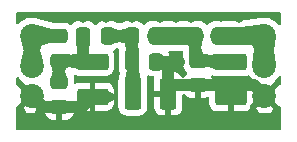
<source format=gbr>
%TF.GenerationSoftware,KiCad,Pcbnew,8.0.0~rc1-b65fa46c3c~176~ubuntu22.04.1*%
%TF.CreationDate,2024-01-23T20:31:51+05:30*%
%TF.ProjectId,Band_MODULE_V1_00,42616e64-5f4d-44f4-9455-4c455f56315f,rev?*%
%TF.SameCoordinates,Original*%
%TF.FileFunction,Copper,L1,Top*%
%TF.FilePolarity,Positive*%
%FSLAX46Y46*%
G04 Gerber Fmt 4.6, Leading zero omitted, Abs format (unit mm)*
G04 Created by KiCad (PCBNEW 8.0.0~rc1-b65fa46c3c~176~ubuntu22.04.1) date 2024-01-23 20:31:51*
%MOMM*%
%LPD*%
G01*
G04 APERTURE LIST*
G04 Aperture macros list*
%AMRoundRect*
0 Rectangle with rounded corners*
0 $1 Rounding radius*
0 $2 $3 $4 $5 $6 $7 $8 $9 X,Y pos of 4 corners*
0 Add a 4 corners polygon primitive as box body*
4,1,4,$2,$3,$4,$5,$6,$7,$8,$9,$2,$3,0*
0 Add four circle primitives for the rounded corners*
1,1,$1+$1,$2,$3*
1,1,$1+$1,$4,$5*
1,1,$1+$1,$6,$7*
1,1,$1+$1,$8,$9*
0 Add four rect primitives between the rounded corners*
20,1,$1+$1,$2,$3,$4,$5,0*
20,1,$1+$1,$4,$5,$6,$7,0*
20,1,$1+$1,$6,$7,$8,$9,0*
20,1,$1+$1,$8,$9,$2,$3,0*%
G04 Aperture macros list end*
%TA.AperFunction,ComponentPad*%
%ADD10C,2.020000*%
%TD*%
%TA.AperFunction,SMDPad,CuDef*%
%ADD11RoundRect,0.250000X-0.337500X-0.475000X0.337500X-0.475000X0.337500X0.475000X-0.337500X0.475000X0*%
%TD*%
%TA.AperFunction,SMDPad,CuDef*%
%ADD12RoundRect,0.250000X0.337500X0.475000X-0.337500X0.475000X-0.337500X-0.475000X0.337500X-0.475000X0*%
%TD*%
%TA.AperFunction,SMDPad,CuDef*%
%ADD13RoundRect,0.250000X-0.475000X0.337500X-0.475000X-0.337500X0.475000X-0.337500X0.475000X0.337500X0*%
%TD*%
%TA.AperFunction,SMDPad,CuDef*%
%ADD14RoundRect,0.250000X0.475000X-0.337500X0.475000X0.337500X-0.475000X0.337500X-0.475000X-0.337500X0*%
%TD*%
%TA.AperFunction,SMDPad,CuDef*%
%ADD15RoundRect,0.250001X-0.462499X-1.074999X0.462499X-1.074999X0.462499X1.074999X-0.462499X1.074999X0*%
%TD*%
%TA.AperFunction,SMDPad,CuDef*%
%ADD16RoundRect,0.250001X-1.074999X0.462499X-1.074999X-0.462499X1.074999X-0.462499X1.074999X0.462499X0*%
%TD*%
%TA.AperFunction,ViaPad*%
%ADD17C,0.800000*%
%TD*%
%TA.AperFunction,Conductor*%
%ADD18C,1.000000*%
%TD*%
%TA.AperFunction,Conductor*%
%ADD19C,0.500000*%
%TD*%
%TA.AperFunction,Conductor*%
%ADD20C,1.500000*%
%TD*%
G04 APERTURE END LIST*
D10*
%TO.P,J1,1*%
%TO.N,Net-(C1-Pad1)*%
X101380000Y-101500000D03*
%TO.P,J1,2*%
X101380000Y-104040000D03*
%TO.P,J1,3*%
%TO.N,GND*%
X101380000Y-106580000D03*
%TD*%
D11*
%TO.P,C7,1*%
%TO.N,Net-(C5-Pad2)*%
X115172500Y-101500000D03*
%TO.P,C7,2*%
%TO.N,Net-(C7-Pad2)*%
X117247500Y-101500000D03*
%TD*%
D10*
%TO.P,J2,1*%
%TO.N,Net-(C7-Pad2)*%
X121050000Y-101500000D03*
%TO.P,J2,2*%
X121050000Y-104040000D03*
%TO.P,J2,3*%
%TO.N,GND*%
X121050000Y-106580000D03*
%TD*%
D12*
%TO.P,C4,1*%
%TO.N,GND*%
X111887500Y-103710000D03*
%TO.P,C4,2*%
%TO.N,Net-(C3-Pad2)*%
X109812500Y-103710000D03*
%TD*%
D11*
%TO.P,C3,1*%
%TO.N,Net-(C1-Pad2)*%
X105710000Y-101510000D03*
%TO.P,C3,2*%
%TO.N,Net-(C3-Pad2)*%
X107785000Y-101510000D03*
%TD*%
%TO.P,C5,1*%
%TO.N,Net-(C3-Pad2)*%
X109812500Y-101510000D03*
%TO.P,C5,2*%
%TO.N,Net-(C5-Pad2)*%
X111887500Y-101510000D03*
%TD*%
D13*
%TO.P,C1,1*%
%TO.N,Net-(C1-Pad1)*%
X103700000Y-101542500D03*
%TO.P,C1,2*%
%TO.N,Net-(C1-Pad2)*%
X103700000Y-103617500D03*
%TD*%
D14*
%TO.P,C6,1*%
%TO.N,GND*%
X115419000Y-105687500D03*
%TO.P,C6,2*%
%TO.N,Net-(C5-Pad2)*%
X115419000Y-103612500D03*
%TD*%
D15*
%TO.P,L2,1*%
%TO.N,Net-(C3-Pad2)*%
X109930000Y-106440000D03*
%TO.P,L2,2*%
%TO.N,GND*%
X112905000Y-106440000D03*
%TD*%
D16*
%TO.P,L3,1*%
%TO.N,Net-(C5-Pad2)*%
X118200000Y-103740000D03*
%TO.P,L3,2*%
%TO.N,GND*%
X118200000Y-106715000D03*
%TD*%
%TO.P,L1,1*%
%TO.N,Net-(C1-Pad2)*%
X106510000Y-103712500D03*
%TO.P,L1,2*%
%TO.N,GND*%
X106510000Y-106687500D03*
%TD*%
D14*
%TO.P,C2,1*%
%TO.N,GND*%
X103690000Y-107537500D03*
%TO.P,C2,2*%
%TO.N,Net-(C1-Pad2)*%
X103690000Y-105462500D03*
%TD*%
D17*
%TO.N,GND*%
X112680000Y-108970000D03*
X101540000Y-109000000D03*
X117410000Y-99960000D03*
X103475000Y-99975000D03*
X108800000Y-99975000D03*
X102090000Y-108010000D03*
X116190000Y-100010000D03*
X113630000Y-108990000D03*
X117640000Y-109000000D03*
X107990000Y-106690000D03*
X112990000Y-103710000D03*
X105670000Y-99980000D03*
X115630000Y-108990000D03*
X119800000Y-109000000D03*
X110760000Y-99970000D03*
X118900000Y-100025000D03*
X104620000Y-108980000D03*
X102660000Y-108985000D03*
X118760000Y-108985000D03*
X113600000Y-100000000D03*
X120190000Y-108040000D03*
X105570000Y-109000000D03*
X100480000Y-107990000D03*
X103700000Y-109000000D03*
X105730000Y-107960000D03*
X111760000Y-108990000D03*
X108540000Y-108980000D03*
X114540000Y-108990000D03*
X112210000Y-99990000D03*
X114560000Y-107970000D03*
X120720000Y-108980000D03*
X107680000Y-99990000D03*
X116580000Y-108990000D03*
X122010000Y-108030000D03*
X106500000Y-108980000D03*
X100480000Y-108990000D03*
X121670000Y-109000000D03*
X115440000Y-107450000D03*
X109840000Y-99990000D03*
X106620000Y-99980000D03*
X104580000Y-99980000D03*
X110720000Y-108975000D03*
X113810000Y-103710000D03*
X116230000Y-107950000D03*
X114820000Y-99990000D03*
X107590000Y-108980000D03*
X109600000Y-108990000D03*
%TD*%
D18*
%TO.N,Net-(C1-Pad1)*%
X101380000Y-101500000D02*
X103657500Y-101500000D01*
X101380000Y-101500000D02*
X101380000Y-104040000D01*
%TO.N,GND*%
X105660000Y-107537500D02*
X106510000Y-106687500D01*
X120157500Y-105687500D02*
X121050000Y-106580000D01*
X112990000Y-103710000D02*
X113810000Y-103710000D01*
X112905000Y-106440000D02*
X112905000Y-104035000D01*
X115419000Y-105687500D02*
X118130000Y-105687500D01*
X112580000Y-103710000D02*
X112990000Y-103710000D01*
X103690000Y-107537500D02*
X105660000Y-107537500D01*
X103690000Y-107537500D02*
X102337500Y-107537500D01*
D19*
X120187500Y-105687500D02*
X121050000Y-106550000D01*
D18*
X112580000Y-103710000D02*
X112905000Y-104035000D01*
X102337500Y-107537500D02*
X101380000Y-106580000D01*
X118130000Y-105687500D02*
X118200000Y-105757500D01*
X111887500Y-103710000D02*
X112580000Y-103710000D01*
X115419000Y-105687500D02*
X113657500Y-105687500D01*
X118130000Y-105687500D02*
X120157500Y-105687500D01*
X118200000Y-105757500D02*
X118200000Y-106715000D01*
%TO.N,Net-(C1-Pad2)*%
X103700000Y-103617500D02*
X103700000Y-105452500D01*
X103700000Y-103617500D02*
X107017500Y-103617500D01*
X105710000Y-101510000D02*
X105710000Y-103590000D01*
%TO.N,Net-(C3-Pad2)*%
X109830000Y-103610000D02*
X109830000Y-102580000D01*
X109830000Y-102580000D02*
X109930000Y-102680000D01*
X109930000Y-102680000D02*
X109930000Y-106440000D01*
X107785000Y-101510000D02*
X109812500Y-101510000D01*
X109830000Y-102580000D02*
X109830000Y-101527500D01*
%TO.N,Net-(C5-Pad2)*%
X115172500Y-101500000D02*
X115172500Y-103555000D01*
D20*
X111887500Y-101510000D02*
X115162500Y-101510000D01*
D18*
X115420000Y-103612500D02*
X118072500Y-103612500D01*
D20*
X115162500Y-101510000D02*
X115172500Y-101500000D01*
%TO.N,Net-(C7-Pad2)*%
X117247500Y-101500000D02*
X121050000Y-101500000D01*
X121050000Y-101500000D02*
X121050000Y-104040000D01*
%TD*%
%TA.AperFunction,Conductor*%
%TO.N,Net-(C1-Pad1)*%
G36*
X103381316Y-100997683D02*
G01*
X103388426Y-101003127D01*
X103390000Y-101008988D01*
X103390000Y-101991011D01*
X103386573Y-101999284D01*
X103381316Y-102002316D01*
X101776403Y-102430478D01*
X101767526Y-102429299D01*
X101762582Y-102423660D01*
X101587604Y-102002316D01*
X101380862Y-101504486D01*
X101380855Y-101495532D01*
X101380863Y-101495513D01*
X101762583Y-100576337D01*
X101768919Y-100570013D01*
X101776402Y-100569521D01*
X103381316Y-100997683D01*
G37*
%TD.AperFunction*%
%TD*%
%TA.AperFunction,Conductor*%
%TO.N,Net-(C5-Pad2)*%
G36*
X117128413Y-103029759D02*
G01*
X118184224Y-103728891D01*
X118189230Y-103736316D01*
X118187519Y-103745106D01*
X118183047Y-103749085D01*
X116949981Y-104373161D01*
X116941052Y-104373840D01*
X116940975Y-104373814D01*
X116170477Y-104115177D01*
X116163724Y-104109295D01*
X116162500Y-104104085D01*
X116162500Y-103123212D01*
X116165927Y-103114939D01*
X116173169Y-103111557D01*
X117120928Y-103027860D01*
X117128413Y-103029759D01*
G37*
%TD.AperFunction*%
%TD*%
%TA.AperFunction,Conductor*%
%TO.N,Net-(C5-Pad2)*%
G36*
X115672704Y-102440927D02*
G01*
X115675367Y-102445042D01*
X115893601Y-103019099D01*
X115893338Y-103028050D01*
X115891752Y-103030627D01*
X115425628Y-103605327D01*
X115417755Y-103609594D01*
X115410172Y-103607771D01*
X114729103Y-103165757D01*
X114724028Y-103158379D01*
X114723803Y-103156782D01*
X114673394Y-102450032D01*
X114676223Y-102441536D01*
X114684232Y-102437530D01*
X114685064Y-102437500D01*
X115664431Y-102437500D01*
X115672704Y-102440927D01*
G37*
%TD.AperFunction*%
%TD*%
%TA.AperFunction,Conductor*%
%TO.N,Net-(C1-Pad1)*%
G36*
X102303660Y-101882582D02*
G01*
X102309986Y-101888919D01*
X102310478Y-101896403D01*
X101882317Y-103501316D01*
X101876873Y-103508426D01*
X101871012Y-103510000D01*
X100888988Y-103510000D01*
X100880715Y-103506573D01*
X100877683Y-103501316D01*
X100449521Y-101896403D01*
X100450700Y-101887526D01*
X100456337Y-101882583D01*
X101375513Y-101500862D01*
X101384466Y-101500855D01*
X102303660Y-101882582D01*
G37*
%TD.AperFunction*%
%TD*%
%TA.AperFunction,Conductor*%
%TO.N,Net-(C5-Pad2)*%
G36*
X115179865Y-101504967D02*
G01*
X115755068Y-101971004D01*
X115759339Y-101978875D01*
X115759340Y-101981311D01*
X115673595Y-102802016D01*
X115669327Y-102809888D01*
X115661958Y-102812500D01*
X114683042Y-102812500D01*
X114674769Y-102809073D01*
X114671405Y-102802016D01*
X114585659Y-101981311D01*
X114588208Y-101972726D01*
X114589926Y-101971008D01*
X115165135Y-101504966D01*
X115173720Y-101502422D01*
X115179865Y-101504967D01*
G37*
%TD.AperFunction*%
%TD*%
%TA.AperFunction,Conductor*%
%TO.N,Net-(C7-Pad2)*%
G36*
X122037396Y-101549626D02*
G01*
X122045482Y-101553472D01*
X122048481Y-101561910D01*
X122048402Y-101562792D01*
X121801304Y-103499781D01*
X121796858Y-103507554D01*
X121789698Y-103510000D01*
X120310302Y-103510000D01*
X120302029Y-103506573D01*
X120298696Y-103499781D01*
X120051597Y-101562792D01*
X120053949Y-101554151D01*
X120061722Y-101549705D01*
X120062584Y-101549627D01*
X121049415Y-101499030D01*
X121050585Y-101499030D01*
X122037396Y-101549626D01*
G37*
%TD.AperFunction*%
%TD*%
%TA.AperFunction,Conductor*%
%TO.N,GND*%
G36*
X108702792Y-102584928D02*
G01*
X108755504Y-102630788D01*
X108775055Y-102697867D01*
X108774138Y-102712669D01*
X108731843Y-103058571D01*
X108728397Y-103073927D01*
X108728530Y-103073956D01*
X108727112Y-103080576D01*
X108716500Y-103184447D01*
X108716500Y-104235537D01*
X108716501Y-104235553D01*
X108727113Y-104339428D01*
X108782882Y-104507733D01*
X108782884Y-104507737D01*
X108782885Y-104507738D01*
X108820662Y-104568985D01*
X108828007Y-104580892D01*
X108846447Y-104648285D01*
X108843490Y-104673000D01*
X108744380Y-105117061D01*
X108736370Y-105152950D01*
X108736370Y-105152951D01*
X108735298Y-105159049D01*
X108730880Y-105176568D01*
X108719614Y-105210571D01*
X108719612Y-105210578D01*
X108709000Y-105314448D01*
X108709000Y-107565551D01*
X108719613Y-107669428D01*
X108775383Y-107837735D01*
X108775384Y-107837738D01*
X108868467Y-107988647D01*
X108868470Y-107988651D01*
X108993848Y-108114029D01*
X108993852Y-108114032D01*
X109144761Y-108207115D01*
X109144764Y-108207116D01*
X109313071Y-108262886D01*
X109313072Y-108262886D01*
X109313075Y-108262887D01*
X109416956Y-108273500D01*
X109416961Y-108273500D01*
X110443039Y-108273500D01*
X110443044Y-108273500D01*
X110546925Y-108262887D01*
X110715238Y-108207115D01*
X110866151Y-108114030D01*
X110991530Y-107988651D01*
X111084615Y-107837738D01*
X111140387Y-107669425D01*
X111151000Y-107565544D01*
X111151000Y-106690000D01*
X111692500Y-106690000D01*
X111692500Y-107564985D01*
X111702993Y-107667689D01*
X111702994Y-107667696D01*
X111758141Y-107834118D01*
X111758143Y-107834123D01*
X111850184Y-107983344D01*
X111974155Y-108107315D01*
X112123376Y-108199356D01*
X112123381Y-108199358D01*
X112289803Y-108254505D01*
X112289810Y-108254506D01*
X112392514Y-108264999D01*
X112392527Y-108265000D01*
X112655000Y-108265000D01*
X112655000Y-106690000D01*
X111692500Y-106690000D01*
X111151000Y-106690000D01*
X111151000Y-105314456D01*
X111140387Y-105210575D01*
X111128901Y-105175913D01*
X111123965Y-105155211D01*
X111123630Y-105152975D01*
X111123629Y-105152951D01*
X111094372Y-105021867D01*
X111098980Y-104952151D01*
X111140549Y-104895992D01*
X111205881Y-104871222D01*
X111254398Y-104877151D01*
X111397302Y-104924505D01*
X111397309Y-104924506D01*
X111500019Y-104934999D01*
X111623163Y-104934999D01*
X111690203Y-104954683D01*
X111735958Y-105007487D01*
X111745902Y-105076645D01*
X111740870Y-105098003D01*
X111702994Y-105212303D01*
X111702993Y-105212310D01*
X111692500Y-105315014D01*
X111692500Y-106190000D01*
X113031000Y-106190000D01*
X113098039Y-106209685D01*
X113143794Y-106262489D01*
X113155000Y-106314000D01*
X113155000Y-108265000D01*
X113417473Y-108265000D01*
X113417485Y-108264999D01*
X113520189Y-108254506D01*
X113520196Y-108254505D01*
X113686618Y-108199358D01*
X113686623Y-108199356D01*
X113835844Y-108107315D01*
X113959815Y-107983344D01*
X114051856Y-107834123D01*
X114051858Y-107834118D01*
X114107005Y-107667696D01*
X114107006Y-107667689D01*
X114117499Y-107564985D01*
X114117500Y-107564972D01*
X114117500Y-106550911D01*
X114137185Y-106483872D01*
X114189989Y-106438117D01*
X114259147Y-106428173D01*
X114322703Y-106457198D01*
X114347039Y-106485814D01*
X114351684Y-106493345D01*
X114475654Y-106617315D01*
X114624875Y-106709356D01*
X114624880Y-106709358D01*
X114791302Y-106764505D01*
X114791309Y-106764506D01*
X114894019Y-106774999D01*
X115168999Y-106774999D01*
X115169000Y-106774998D01*
X115169000Y-105561500D01*
X115188685Y-105494461D01*
X115241489Y-105448706D01*
X115293000Y-105437500D01*
X115545000Y-105437500D01*
X115612039Y-105457185D01*
X115657794Y-105509989D01*
X115669000Y-105561500D01*
X115669000Y-106774999D01*
X115943972Y-106774999D01*
X115943986Y-106774998D01*
X116046695Y-106764506D01*
X116211995Y-106709730D01*
X116281824Y-106707328D01*
X116341866Y-106743059D01*
X116373059Y-106805580D01*
X116375000Y-106827436D01*
X116375000Y-107227485D01*
X116385493Y-107330189D01*
X116385494Y-107330196D01*
X116440641Y-107496618D01*
X116440643Y-107496623D01*
X116532684Y-107645844D01*
X116656655Y-107769815D01*
X116805876Y-107861856D01*
X116805881Y-107861858D01*
X116972303Y-107917005D01*
X116972310Y-107917006D01*
X117075014Y-107927499D01*
X117075027Y-107927500D01*
X117950000Y-107927500D01*
X117950000Y-105502500D01*
X117075014Y-105502500D01*
X116972310Y-105512993D01*
X116972303Y-105512994D01*
X116807003Y-105567770D01*
X116737174Y-105570172D01*
X116677133Y-105534440D01*
X116645940Y-105471920D01*
X116643999Y-105450064D01*
X116643999Y-105300028D01*
X116643998Y-105300013D01*
X116633505Y-105197302D01*
X116578358Y-105030880D01*
X116575304Y-105024330D01*
X116577168Y-105023460D01*
X116561426Y-104965936D01*
X116582346Y-104899272D01*
X116635986Y-104854500D01*
X116705316Y-104845836D01*
X116750501Y-104862688D01*
X116802262Y-104894615D01*
X116802264Y-104894615D01*
X116802265Y-104894616D01*
X116970571Y-104950386D01*
X116970572Y-104950386D01*
X116970575Y-104950387D01*
X117074456Y-104961000D01*
X117074461Y-104961000D01*
X119325539Y-104961000D01*
X119325544Y-104961000D01*
X119429425Y-104950387D01*
X119597738Y-104894615D01*
X119633425Y-104872602D01*
X119700815Y-104854161D01*
X119767479Y-104875082D01*
X119804248Y-104913347D01*
X119817517Y-104934999D01*
X119817709Y-104935312D01*
X119972938Y-105117062D01*
X120127330Y-105248925D01*
X120165523Y-105307432D01*
X120168842Y-105345289D01*
X120912425Y-106088871D01*
X120853147Y-106104755D01*
X120736853Y-106171898D01*
X120641898Y-106266853D01*
X120574755Y-106383147D01*
X120558871Y-106442425D01*
X119807212Y-105690766D01*
X119778668Y-105685932D01*
X119745300Y-105662140D01*
X119743344Y-105660184D01*
X119594123Y-105568143D01*
X119594118Y-105568141D01*
X119427696Y-105512994D01*
X119427689Y-105512993D01*
X119324985Y-105502500D01*
X118450000Y-105502500D01*
X118450000Y-107927500D01*
X119324973Y-107927500D01*
X119324985Y-107927499D01*
X119427689Y-107917006D01*
X119427696Y-107917005D01*
X119594118Y-107861858D01*
X119594123Y-107861856D01*
X119743341Y-107769817D01*
X119867316Y-107645843D01*
X119867319Y-107645840D01*
X119887250Y-107613524D01*
X119862767Y-107589041D01*
X119829282Y-107527718D01*
X119834266Y-107458026D01*
X119862767Y-107413679D01*
X120558871Y-106717574D01*
X120574755Y-106776853D01*
X120641898Y-106893147D01*
X120736853Y-106988102D01*
X120853147Y-107055245D01*
X120912424Y-107071128D01*
X120171145Y-107812406D01*
X120362355Y-107929580D01*
X120362358Y-107929582D01*
X120581944Y-108020537D01*
X120813057Y-108076021D01*
X120813056Y-108076021D01*
X121050000Y-108094668D01*
X121286943Y-108076021D01*
X121518055Y-108020537D01*
X121737641Y-107929582D01*
X121737644Y-107929580D01*
X121928853Y-107812406D01*
X121187575Y-107071127D01*
X121246853Y-107055245D01*
X121363147Y-106988102D01*
X121458102Y-106893147D01*
X121525245Y-106776853D01*
X121541128Y-106717575D01*
X122282405Y-107458852D01*
X122335924Y-107452518D01*
X122404812Y-107464185D01*
X122456457Y-107511245D01*
X122474500Y-107575658D01*
X122474500Y-109350500D01*
X122454815Y-109417539D01*
X122402011Y-109463294D01*
X122350500Y-109474500D01*
X100149500Y-109474500D01*
X100082461Y-109454815D01*
X100036706Y-109402011D01*
X100025500Y-109350500D01*
X100025500Y-107583944D01*
X100045185Y-107516905D01*
X100097989Y-107471150D01*
X100142220Y-107464225D01*
X100888871Y-106717574D01*
X100904755Y-106776853D01*
X100971898Y-106893147D01*
X101066853Y-106988102D01*
X101183147Y-107055245D01*
X101242424Y-107071128D01*
X100501145Y-107812406D01*
X100692355Y-107929580D01*
X100692358Y-107929582D01*
X100911944Y-108020537D01*
X101143057Y-108076021D01*
X101143056Y-108076021D01*
X101380000Y-108094668D01*
X101616943Y-108076021D01*
X101848055Y-108020537D01*
X102067641Y-107929582D01*
X102067644Y-107929580D01*
X102243010Y-107822115D01*
X102424757Y-107822115D01*
X102454873Y-107858413D01*
X102465001Y-107907497D01*
X102465001Y-107924986D01*
X102475494Y-108027697D01*
X102530641Y-108194119D01*
X102530643Y-108194124D01*
X102622684Y-108343345D01*
X102746654Y-108467315D01*
X102895875Y-108559356D01*
X102895880Y-108559358D01*
X103062302Y-108614505D01*
X103062309Y-108614506D01*
X103165019Y-108624999D01*
X103439999Y-108624999D01*
X103440000Y-108624998D01*
X103440000Y-107787500D01*
X102465001Y-107787500D01*
X102437155Y-107815346D01*
X102424757Y-107822115D01*
X102243010Y-107822115D01*
X102258854Y-107812406D01*
X101517575Y-107071127D01*
X101576853Y-107055245D01*
X101693147Y-106988102D01*
X101788102Y-106893147D01*
X101855245Y-106776853D01*
X101871128Y-106717574D01*
X102441053Y-107287499D01*
X102441054Y-107287500D01*
X103816000Y-107287500D01*
X103883039Y-107307185D01*
X103928794Y-107359989D01*
X103940000Y-107411500D01*
X103940000Y-108624999D01*
X104214972Y-108624999D01*
X104214986Y-108624998D01*
X104317697Y-108614505D01*
X104484119Y-108559358D01*
X104484124Y-108559356D01*
X104633345Y-108467315D01*
X104757315Y-108343345D01*
X104849356Y-108194124D01*
X104849358Y-108194119D01*
X104904505Y-108027697D01*
X104904506Y-108027690D01*
X104915321Y-107921838D01*
X104916424Y-107921950D01*
X104937998Y-107860247D01*
X104993055Y-107817230D01*
X105062629Y-107810807D01*
X105103876Y-107826954D01*
X105115875Y-107834355D01*
X105115881Y-107834358D01*
X105282303Y-107889505D01*
X105282310Y-107889506D01*
X105385014Y-107899999D01*
X105385027Y-107900000D01*
X106260000Y-107900000D01*
X106260000Y-106937500D01*
X106760000Y-106937500D01*
X106760000Y-107900000D01*
X107634973Y-107900000D01*
X107634985Y-107899999D01*
X107737689Y-107889506D01*
X107737696Y-107889505D01*
X107904118Y-107834358D01*
X107904123Y-107834356D01*
X108053344Y-107742315D01*
X108177315Y-107618344D01*
X108269356Y-107469123D01*
X108269358Y-107469118D01*
X108324505Y-107302696D01*
X108324506Y-107302689D01*
X108334999Y-107199985D01*
X108335000Y-107199972D01*
X108335000Y-106937500D01*
X106760000Y-106937500D01*
X106260000Y-106937500D01*
X106260000Y-105475000D01*
X106760000Y-105475000D01*
X106760000Y-106437500D01*
X108335000Y-106437500D01*
X108335000Y-106175027D01*
X108334999Y-106175014D01*
X108324506Y-106072310D01*
X108324505Y-106072303D01*
X108269358Y-105905881D01*
X108269356Y-105905876D01*
X108177315Y-105756655D01*
X108053344Y-105632684D01*
X107904123Y-105540643D01*
X107904118Y-105540641D01*
X107737696Y-105485494D01*
X107737689Y-105485493D01*
X107634985Y-105475000D01*
X106760000Y-105475000D01*
X106260000Y-105475000D01*
X105385014Y-105475000D01*
X105282310Y-105485493D01*
X105282303Y-105485494D01*
X105115881Y-105540641D01*
X105115871Y-105540646D01*
X105112592Y-105542669D01*
X105110030Y-105543369D01*
X105109331Y-105543696D01*
X105109275Y-105543576D01*
X105045199Y-105561107D01*
X104978536Y-105540182D01*
X104933769Y-105486538D01*
X104923499Y-105437128D01*
X104923499Y-105074462D01*
X104923498Y-105074446D01*
X104919430Y-105034626D01*
X104913753Y-104979053D01*
X104926522Y-104910361D01*
X104974403Y-104859477D01*
X105042193Y-104842556D01*
X105102208Y-104860914D01*
X105112261Y-104867115D01*
X105112264Y-104867116D01*
X105280571Y-104922886D01*
X105280572Y-104922886D01*
X105280575Y-104922887D01*
X105384456Y-104933500D01*
X105384461Y-104933500D01*
X107635539Y-104933500D01*
X107635544Y-104933500D01*
X107739425Y-104922887D01*
X107907738Y-104867115D01*
X108058651Y-104774030D01*
X108184030Y-104648651D01*
X108277115Y-104497738D01*
X108332887Y-104329425D01*
X108343500Y-104225544D01*
X108343500Y-103199456D01*
X108332887Y-103095575D01*
X108327917Y-103080576D01*
X108277116Y-102927264D01*
X108259866Y-102899298D01*
X108241424Y-102831906D01*
X108262345Y-102765242D01*
X108315986Y-102720471D01*
X108326394Y-102716494D01*
X108445238Y-102677115D01*
X108582247Y-102592607D01*
X108629942Y-102575372D01*
X108630642Y-102575272D01*
X108633654Y-102574846D01*
X108702792Y-102584928D01*
G37*
%TD.AperFunction*%
%TA.AperFunction,Conductor*%
G36*
X100230703Y-105034626D02*
G01*
X100243780Y-105047797D01*
X100302938Y-105117062D01*
X100344957Y-105152950D01*
X100457330Y-105248925D01*
X100495523Y-105307432D01*
X100498842Y-105345289D01*
X101242424Y-106088871D01*
X101183147Y-106104755D01*
X101066853Y-106171898D01*
X100971898Y-106266853D01*
X100904755Y-106383147D01*
X100888871Y-106442424D01*
X100141883Y-105695436D01*
X100095185Y-105687526D01*
X100043541Y-105640465D01*
X100025500Y-105576054D01*
X100025500Y-105128339D01*
X100045185Y-105061300D01*
X100097989Y-105015545D01*
X100167147Y-105005601D01*
X100230703Y-105034626D01*
G37*
%TD.AperFunction*%
%TA.AperFunction,Conductor*%
G36*
X122443631Y-104964510D02*
G01*
X122473109Y-105027857D01*
X122474500Y-105046380D01*
X122474500Y-105584340D01*
X122454815Y-105651379D01*
X122402011Y-105697134D01*
X122335925Y-105707480D01*
X122282406Y-105701145D01*
X121541127Y-106442423D01*
X121525245Y-106383147D01*
X121458102Y-106266853D01*
X121363147Y-106171898D01*
X121246853Y-106104755D01*
X121187574Y-106088871D01*
X121932385Y-105344060D01*
X121941727Y-105288904D01*
X121972669Y-105248926D01*
X122057389Y-105176568D01*
X122127062Y-105117062D01*
X122256210Y-104965849D01*
X122314716Y-104927655D01*
X122384584Y-104927156D01*
X122443631Y-104964510D01*
G37*
%TD.AperFunction*%
%TA.AperFunction,Conductor*%
G36*
X114107039Y-102788185D02*
G01*
X114152794Y-102840989D01*
X114164000Y-102892500D01*
X114164000Y-103654327D01*
X114183118Y-103750445D01*
X114185500Y-103774634D01*
X114185500Y-104000538D01*
X114185501Y-104000553D01*
X114196113Y-104104426D01*
X114251885Y-104272738D01*
X114344970Y-104423652D01*
X114470348Y-104549030D01*
X114471031Y-104549451D01*
X114471401Y-104549863D01*
X114476015Y-104553511D01*
X114475391Y-104554298D01*
X114517759Y-104601397D01*
X114528984Y-104670359D01*
X114501144Y-104734442D01*
X114480582Y-104752264D01*
X114481323Y-104753202D01*
X114475655Y-104757683D01*
X114351683Y-104881655D01*
X114351680Y-104881659D01*
X114256661Y-105035709D01*
X114204713Y-105082434D01*
X114135751Y-105093655D01*
X114071669Y-105065812D01*
X114045584Y-105035709D01*
X113959815Y-104896655D01*
X113835844Y-104772684D01*
X113686623Y-104680643D01*
X113686618Y-104680641D01*
X113520196Y-104625494D01*
X113520189Y-104625493D01*
X113417485Y-104615000D01*
X113044336Y-104615000D01*
X112977297Y-104595315D01*
X112931542Y-104542511D01*
X112921598Y-104473353D01*
X112926630Y-104451996D01*
X112964505Y-104337697D01*
X112964506Y-104337690D01*
X112974999Y-104234986D01*
X112975000Y-104234973D01*
X112975000Y-103960000D01*
X111761500Y-103960000D01*
X111694461Y-103940315D01*
X111648706Y-103887511D01*
X111637500Y-103836000D01*
X111637500Y-103584000D01*
X111657185Y-103516961D01*
X111709989Y-103471206D01*
X111761500Y-103460000D01*
X112974999Y-103460000D01*
X112974999Y-103185028D01*
X112974998Y-103185013D01*
X112964505Y-103082302D01*
X112914536Y-102931504D01*
X112912134Y-102861676D01*
X112947866Y-102801634D01*
X113010386Y-102770441D01*
X113032242Y-102768500D01*
X114040000Y-102768500D01*
X114107039Y-102788185D01*
G37*
%TD.AperFunction*%
%TA.AperFunction,Conductor*%
G36*
X122417539Y-99545185D02*
G01*
X122463294Y-99597989D01*
X122474500Y-99649500D01*
X122474500Y-100493619D01*
X122454815Y-100560658D01*
X122402011Y-100606413D01*
X122332853Y-100616357D01*
X122269297Y-100587332D01*
X122256210Y-100574151D01*
X122218830Y-100530385D01*
X122127062Y-100422938D01*
X122006898Y-100320308D01*
X121945309Y-100267706D01*
X121945306Y-100267705D01*
X121741516Y-100142821D01*
X121741513Y-100142819D01*
X121520693Y-100051354D01*
X121288283Y-99995557D01*
X121109570Y-99981492D01*
X121050000Y-99976804D01*
X121049999Y-99976804D01*
X120811727Y-99995556D01*
X120811724Y-99995556D01*
X120722597Y-100016952D01*
X120709344Y-100019380D01*
X118985239Y-100239323D01*
X118979868Y-100240129D01*
X118961481Y-100241500D01*
X117148454Y-100241500D01*
X117094955Y-100249973D01*
X117000236Y-100264974D01*
X116980840Y-100266500D01*
X116859461Y-100266500D01*
X116859446Y-100266501D01*
X116755572Y-100277113D01*
X116587264Y-100332884D01*
X116587259Y-100332886D01*
X116436346Y-100425971D01*
X116310972Y-100551345D01*
X116307265Y-100556034D01*
X116250242Y-100596410D01*
X116180443Y-100599547D01*
X116120028Y-100564450D01*
X116112735Y-100556034D01*
X116109032Y-100551351D01*
X116109030Y-100551348D01*
X115983652Y-100425970D01*
X115848952Y-100342886D01*
X115832740Y-100332886D01*
X115832735Y-100332884D01*
X115664427Y-100277113D01*
X115560552Y-100266500D01*
X115560545Y-100266500D01*
X115439149Y-100266500D01*
X115419751Y-100264973D01*
X115271551Y-100241500D01*
X115271546Y-100241500D01*
X115073454Y-100241500D01*
X115073450Y-100241500D01*
X115027677Y-100248750D01*
X115019955Y-100249973D01*
X115000558Y-100251500D01*
X111788454Y-100251500D01*
X111723619Y-100261768D01*
X111640236Y-100274974D01*
X111620840Y-100276500D01*
X111499461Y-100276500D01*
X111499446Y-100276501D01*
X111395572Y-100287113D01*
X111227264Y-100342884D01*
X111227259Y-100342886D01*
X111076346Y-100435971D01*
X110950972Y-100561345D01*
X110947265Y-100566034D01*
X110890242Y-100606410D01*
X110820443Y-100609547D01*
X110760028Y-100574450D01*
X110752735Y-100566034D01*
X110749032Y-100561351D01*
X110749030Y-100561348D01*
X110623652Y-100435970D01*
X110472738Y-100342885D01*
X110472735Y-100342884D01*
X110304427Y-100287113D01*
X110200546Y-100276500D01*
X109424462Y-100276500D01*
X109424446Y-100276501D01*
X109320572Y-100287113D01*
X109152264Y-100342884D01*
X109152259Y-100342886D01*
X109022476Y-100422938D01*
X109017561Y-100425970D01*
X109015260Y-100427389D01*
X108967552Y-100444625D01*
X108816134Y-100466071D01*
X108781356Y-100466071D01*
X108629951Y-100444627D01*
X108582243Y-100427391D01*
X108579939Y-100425970D01*
X108445238Y-100342885D01*
X108445235Y-100342884D01*
X108276927Y-100287113D01*
X108173046Y-100276500D01*
X107396962Y-100276500D01*
X107396946Y-100276501D01*
X107293072Y-100287113D01*
X107124764Y-100342884D01*
X107124759Y-100342886D01*
X106973846Y-100435971D01*
X106848472Y-100561345D01*
X106844765Y-100566034D01*
X106787742Y-100606410D01*
X106717943Y-100609547D01*
X106657528Y-100574450D01*
X106650235Y-100566034D01*
X106646532Y-100561351D01*
X106646530Y-100561348D01*
X106521152Y-100435970D01*
X106370238Y-100342885D01*
X106370235Y-100342884D01*
X106201927Y-100287113D01*
X106098046Y-100276500D01*
X105321962Y-100276500D01*
X105321946Y-100276501D01*
X105218072Y-100287113D01*
X105049764Y-100342884D01*
X105049759Y-100342886D01*
X104898846Y-100435971D01*
X104768363Y-100566455D01*
X104766262Y-100564354D01*
X104720148Y-100596945D01*
X104650347Y-100600020D01*
X104614914Y-100585160D01*
X104497740Y-100512886D01*
X104497735Y-100512884D01*
X104329427Y-100457113D01*
X104225552Y-100446500D01*
X104225545Y-100446500D01*
X103323643Y-100446500D01*
X103291680Y-100442310D01*
X103246223Y-100430183D01*
X101908765Y-100073374D01*
X101908767Y-100073374D01*
X101908739Y-100073367D01*
X101905903Y-100072672D01*
X101887997Y-100066805D01*
X101850695Y-100051355D01*
X101850693Y-100051354D01*
X101618282Y-99995557D01*
X101380000Y-99976804D01*
X101141716Y-99995557D01*
X100909306Y-100051354D01*
X100909305Y-100051354D01*
X100688486Y-100142819D01*
X100688483Y-100142821D01*
X100484693Y-100267705D01*
X100484690Y-100267706D01*
X100316143Y-100411660D01*
X100302938Y-100422938D01*
X100299137Y-100427389D01*
X100243790Y-100492192D01*
X100185283Y-100530385D01*
X100115416Y-100530884D01*
X100056369Y-100493530D01*
X100026891Y-100430183D01*
X100025500Y-100411660D01*
X100025500Y-99649500D01*
X100045185Y-99582461D01*
X100097989Y-99536706D01*
X100149500Y-99525500D01*
X122350500Y-99525500D01*
X122417539Y-99545185D01*
G37*
%TD.AperFunction*%
%TD*%
%TA.AperFunction,Conductor*%
%TO.N,Net-(C1-Pad2)*%
G36*
X103708059Y-103624157D02*
G01*
X104283129Y-104170572D01*
X104286766Y-104178755D01*
X104286654Y-104180695D01*
X104201425Y-104782441D01*
X104196872Y-104790152D01*
X104189841Y-104792500D01*
X103210159Y-104792500D01*
X103201886Y-104789073D01*
X103198575Y-104782441D01*
X103113345Y-104180693D01*
X103115577Y-104172023D01*
X103116865Y-104170576D01*
X103691941Y-103624156D01*
X103700299Y-103620943D01*
X103708059Y-103624157D01*
G37*
%TD.AperFunction*%
%TD*%
%TA.AperFunction,Conductor*%
%TO.N,Net-(C3-Pad2)*%
G36*
X109820167Y-101515212D02*
G01*
X110395190Y-101981103D01*
X110399461Y-101988974D01*
X110399484Y-101991169D01*
X110330896Y-102811775D01*
X110326792Y-102819733D01*
X110319237Y-102822500D01*
X109340357Y-102822500D01*
X109332084Y-102819073D01*
X109328743Y-102812220D01*
X109328689Y-102811775D01*
X109232490Y-102025019D01*
X109234888Y-102016394D01*
X109236375Y-102014820D01*
X109805084Y-101515510D01*
X109813561Y-101512628D01*
X109820167Y-101515212D01*
G37*
%TD.AperFunction*%
%TD*%
%TA.AperFunction,Conductor*%
%TO.N,Net-(C3-Pad2)*%
G36*
X108348188Y-100923344D02*
G01*
X108949941Y-101008575D01*
X108957652Y-101013128D01*
X108960000Y-101020159D01*
X108960000Y-101999840D01*
X108956573Y-102008113D01*
X108949941Y-102011424D01*
X108348195Y-102096654D01*
X108339523Y-102094422D01*
X108338072Y-102093129D01*
X107791657Y-101518059D01*
X107788443Y-101509701D01*
X107791657Y-101501941D01*
X108249432Y-101020159D01*
X108338073Y-100926869D01*
X108346255Y-100923233D01*
X108348188Y-100923344D01*
G37*
%TD.AperFunction*%
%TD*%
%TA.AperFunction,Conductor*%
%TO.N,Net-(C1-Pad1)*%
G36*
X103227484Y-100958298D02*
G01*
X103228756Y-100959636D01*
X103270443Y-101011088D01*
X103694383Y-101534333D01*
X103696928Y-101542918D01*
X103693586Y-101549950D01*
X103138550Y-102107776D01*
X103130285Y-102111224D01*
X103128521Y-102111095D01*
X102397465Y-102001493D01*
X102389792Y-101996877D01*
X102387500Y-101989922D01*
X102387500Y-101011088D01*
X102390927Y-101002815D01*
X102398571Y-100999405D01*
X103219039Y-100955320D01*
X103227484Y-100958298D01*
G37*
%TD.AperFunction*%
%TD*%
%TA.AperFunction,Conductor*%
%TO.N,Net-(C3-Pad2)*%
G36*
X110428896Y-104405928D02*
G01*
X110432042Y-104411652D01*
X110622460Y-105264808D01*
X110621110Y-105273316D01*
X109940069Y-106423987D01*
X109932906Y-106429361D01*
X109924041Y-106428097D01*
X109919931Y-106423987D01*
X109238889Y-105273316D01*
X109237539Y-105264808D01*
X109427958Y-104411652D01*
X109433105Y-104404324D01*
X109439377Y-104402501D01*
X110420623Y-104402501D01*
X110428896Y-104405928D01*
G37*
%TD.AperFunction*%
%TD*%
%TA.AperFunction,Conductor*%
%TO.N,Net-(C3-Pad2)*%
G36*
X109257976Y-100925577D02*
G01*
X109259427Y-100926870D01*
X109805842Y-101501941D01*
X109809056Y-101510299D01*
X109805842Y-101518059D01*
X109259427Y-102093129D01*
X109251244Y-102096766D01*
X109249304Y-102096654D01*
X108647559Y-102011424D01*
X108639848Y-102006871D01*
X108637500Y-101999840D01*
X108637500Y-101020159D01*
X108640927Y-101011886D01*
X108647558Y-101008575D01*
X109249305Y-100923345D01*
X109257976Y-100925577D01*
G37*
%TD.AperFunction*%
%TD*%
%TA.AperFunction,Conductor*%
%TO.N,Net-(C7-Pad2)*%
G36*
X121797971Y-102033427D02*
G01*
X121801304Y-102040219D01*
X122048402Y-103977206D01*
X122046050Y-103985847D01*
X122038277Y-103990293D01*
X122037395Y-103990372D01*
X121050599Y-104040969D01*
X121049401Y-104040969D01*
X120062604Y-103990372D01*
X120054517Y-103986526D01*
X120051518Y-103978088D01*
X120051597Y-103977206D01*
X120298696Y-102040219D01*
X120303142Y-102032446D01*
X120310302Y-102030000D01*
X121789698Y-102030000D01*
X121797971Y-102033427D01*
G37*
%TD.AperFunction*%
%TD*%
%TA.AperFunction,Conductor*%
%TO.N,Net-(C1-Pad2)*%
G36*
X105002017Y-103116404D02*
G01*
X105009888Y-103120672D01*
X105012500Y-103128041D01*
X105012500Y-104106958D01*
X105009073Y-104115231D01*
X105002016Y-104118595D01*
X104181311Y-104204340D01*
X104172726Y-104201791D01*
X104171004Y-104200068D01*
X103704967Y-103624865D01*
X103702422Y-103616280D01*
X103704967Y-103610135D01*
X104171005Y-103034930D01*
X104178875Y-103030660D01*
X104181307Y-103030659D01*
X105002017Y-103116404D01*
G37*
%TD.AperFunction*%
%TD*%
%TA.AperFunction,Conductor*%
%TO.N,Net-(C7-Pad2)*%
G36*
X120995848Y-100503949D02*
G01*
X121000294Y-100511722D01*
X121000373Y-100512604D01*
X121050969Y-101499401D01*
X121050969Y-101500599D01*
X121000373Y-102487395D01*
X120996527Y-102495482D01*
X120988089Y-102498481D01*
X120987207Y-102498402D01*
X119050219Y-102251303D01*
X119042446Y-102246857D01*
X119040000Y-102239697D01*
X119040000Y-100760302D01*
X119043427Y-100752029D01*
X119050217Y-100748696D01*
X120987207Y-100501597D01*
X120995848Y-100503949D01*
G37*
%TD.AperFunction*%
%TD*%
%TA.AperFunction,Conductor*%
%TO.N,Net-(C5-Pad2)*%
G36*
X116721017Y-103111404D02*
G01*
X116728888Y-103115672D01*
X116731500Y-103123041D01*
X116731500Y-104101958D01*
X116728073Y-104110231D01*
X116721016Y-104113595D01*
X115900311Y-104199340D01*
X115891726Y-104196791D01*
X115890004Y-104195068D01*
X115423967Y-103619865D01*
X115421422Y-103611280D01*
X115423967Y-103605135D01*
X115890005Y-103029930D01*
X115897875Y-103025660D01*
X115900307Y-103025659D01*
X116721017Y-103111404D01*
G37*
%TD.AperFunction*%
%TD*%
%TA.AperFunction,Conductor*%
%TO.N,Net-(C3-Pad2)*%
G36*
X110327510Y-102400927D02*
G01*
X110330896Y-102408225D01*
X110399484Y-103228830D01*
X110396758Y-103237360D01*
X110395190Y-103238896D01*
X109820167Y-103704787D01*
X109811582Y-103707332D01*
X109805083Y-103704488D01*
X109744427Y-103651233D01*
X109236384Y-103205186D01*
X109232429Y-103197155D01*
X109232489Y-103194986D01*
X109328743Y-102407779D01*
X109333149Y-102399984D01*
X109340357Y-102397500D01*
X110319237Y-102397500D01*
X110327510Y-102400927D01*
G37*
%TD.AperFunction*%
%TD*%
%TA.AperFunction,Conductor*%
%TO.N,Net-(C1-Pad2)*%
G36*
X104198020Y-104290927D02*
G01*
X104201346Y-104297664D01*
X104281451Y-104902481D01*
X104279140Y-104911132D01*
X104277853Y-104912554D01*
X103698111Y-105455897D01*
X103689731Y-105459054D01*
X103681993Y-105455786D01*
X103111606Y-104906293D01*
X103108025Y-104898085D01*
X103108154Y-104896121D01*
X103198498Y-104297454D01*
X103203121Y-104289785D01*
X103210067Y-104287500D01*
X104189747Y-104287500D01*
X104198020Y-104290927D01*
G37*
%TD.AperFunction*%
%TD*%
%TA.AperFunction,Conductor*%
%TO.N,Net-(C1-Pad1)*%
G36*
X101879285Y-102033427D02*
G01*
X101882317Y-102038684D01*
X102310478Y-103643596D01*
X102309299Y-103652473D01*
X102303660Y-103657417D01*
X101384487Y-104039136D01*
X101375532Y-104039144D01*
X101375513Y-104039136D01*
X100456339Y-103657417D01*
X100450013Y-103651080D01*
X100449521Y-103643597D01*
X100877683Y-102038683D01*
X100883127Y-102031574D01*
X100888988Y-102030000D01*
X101871012Y-102030000D01*
X101879285Y-102033427D01*
G37*
%TD.AperFunction*%
%TD*%
%TA.AperFunction,Conductor*%
%TO.N,Net-(C1-Pad2)*%
G36*
X105717365Y-101514967D02*
G01*
X106292568Y-101981004D01*
X106296839Y-101988875D01*
X106296840Y-101991311D01*
X106211095Y-102812016D01*
X106206827Y-102819888D01*
X106199458Y-102822500D01*
X105220542Y-102822500D01*
X105212269Y-102819073D01*
X105208905Y-102812016D01*
X105123159Y-101991311D01*
X105125708Y-101982726D01*
X105127426Y-101981008D01*
X105702635Y-101514966D01*
X105711220Y-101512422D01*
X105717365Y-101514967D01*
G37*
%TD.AperFunction*%
%TD*%
%TA.AperFunction,Conductor*%
%TO.N,Net-(C1-Pad2)*%
G36*
X105438597Y-103002381D02*
G01*
X106494646Y-103701671D01*
X106499652Y-103709095D01*
X106497941Y-103717885D01*
X106493700Y-103721744D01*
X105287652Y-104366258D01*
X105278741Y-104367135D01*
X105278677Y-104367116D01*
X104480739Y-104120051D01*
X104473850Y-104114330D01*
X104472500Y-104108874D01*
X104472500Y-103127858D01*
X104475927Y-103119585D01*
X104482779Y-103116245D01*
X105430722Y-103000523D01*
X105438597Y-103002381D01*
G37*
%TD.AperFunction*%
%TD*%
M02*

</source>
